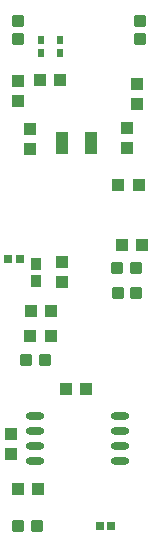
<source format=gbr>
%TF.GenerationSoftware,Altium Limited,Altium Designer,22.10.1 (41)*%
G04 Layer_Color=128*
%FSLAX45Y45*%
%MOMM*%
%TF.SameCoordinates,F1D13F34-3715-448E-B12D-83C564530F5A*%
%TF.FilePolarity,Positive*%
%TF.FileFunction,Paste,Bot*%
%TF.Part,Single*%
G01*
G75*
%TA.AperFunction,SMDPad,CuDef*%
%ADD15R,0.80000X0.80000*%
G04:AMPARAMS|DCode=18|XSize=0.94mm|YSize=1.02mm|CornerRadius=0.094mm|HoleSize=0mm|Usage=FLASHONLY|Rotation=0.000|XOffset=0mm|YOffset=0mm|HoleType=Round|Shape=RoundedRectangle|*
%AMROUNDEDRECTD18*
21,1,0.94000,0.83200,0,0,0.0*
21,1,0.75200,1.02000,0,0,0.0*
1,1,0.18800,0.37600,-0.41600*
1,1,0.18800,-0.37600,-0.41600*
1,1,0.18800,-0.37600,0.41600*
1,1,0.18800,0.37600,0.41600*
%
%ADD18ROUNDEDRECTD18*%
G04:AMPARAMS|DCode=19|XSize=0.94mm|YSize=1.02mm|CornerRadius=0.094mm|HoleSize=0mm|Usage=FLASHONLY|Rotation=90.000|XOffset=0mm|YOffset=0mm|HoleType=Round|Shape=RoundedRectangle|*
%AMROUNDEDRECTD19*
21,1,0.94000,0.83200,0,0,90.0*
21,1,0.75200,1.02000,0,0,90.0*
1,1,0.18800,0.41600,0.37600*
1,1,0.18800,0.41600,-0.37600*
1,1,0.18800,-0.41600,-0.37600*
1,1,0.18800,-0.41600,0.37600*
%
%ADD19ROUNDEDRECTD19*%
%ADD20R,1.00000X1.10000*%
%ADD33R,0.97000X1.00000*%
%ADD34R,1.10000X1.00000*%
%ADD35O,1.60000X0.60000*%
%ADD36R,1.10000X1.90000*%
%ADD37R,0.50000X0.70000*%
D15*
X3525000Y4432500D02*
D03*
X4195000Y2175000D02*
D03*
X4295000D02*
D03*
X3422500Y4432500D02*
D03*
D18*
X3505998Y2180002D02*
D03*
X3663998D02*
D03*
X3572500Y3580000D02*
D03*
X3730500D02*
D03*
X4345998Y4359998D02*
D03*
X4503999D02*
D03*
X4347002Y4145000D02*
D03*
X4505002D02*
D03*
D19*
X3504425Y6297245D02*
D03*
Y6455246D02*
D03*
X4537500Y6297000D02*
D03*
Y6455000D02*
D03*
D20*
X4515002Y5914999D02*
D03*
Y5744999D02*
D03*
X3504801Y5940699D02*
D03*
Y5770699D02*
D03*
X3445000Y2955000D02*
D03*
Y2785000D02*
D03*
X3875900Y4241101D02*
D03*
Y4411101D02*
D03*
X4425198Y5379300D02*
D03*
Y5549300D02*
D03*
X3605199Y5369302D02*
D03*
Y5539302D02*
D03*
D33*
X3652999Y4394901D02*
D03*
Y4247901D02*
D03*
D34*
X3504300Y2492300D02*
D03*
X3674300D02*
D03*
X3909966Y3334798D02*
D03*
X4079966D02*
D03*
X3610000Y3782500D02*
D03*
X3780000D02*
D03*
X3780701Y3995198D02*
D03*
X3610701D02*
D03*
X4552499Y4552500D02*
D03*
X4382499D02*
D03*
X4355000Y5065000D02*
D03*
X4525000D02*
D03*
X3689299Y5954803D02*
D03*
X3859299D02*
D03*
D35*
X3646698Y3110003D02*
D03*
Y2983003D02*
D03*
Y2856003D02*
D03*
Y2729003D02*
D03*
X4366698D02*
D03*
Y2856003D02*
D03*
Y2983003D02*
D03*
Y3110003D02*
D03*
D36*
X3874998Y5415002D02*
D03*
X4124998D02*
D03*
D37*
X3696299Y6179102D02*
D03*
Y6289102D02*
D03*
X3856299Y6179102D02*
D03*
Y6289102D02*
D03*
%TF.MD5,3cb306391b58dc9ef4e54916d7accc3b*%
M02*

</source>
